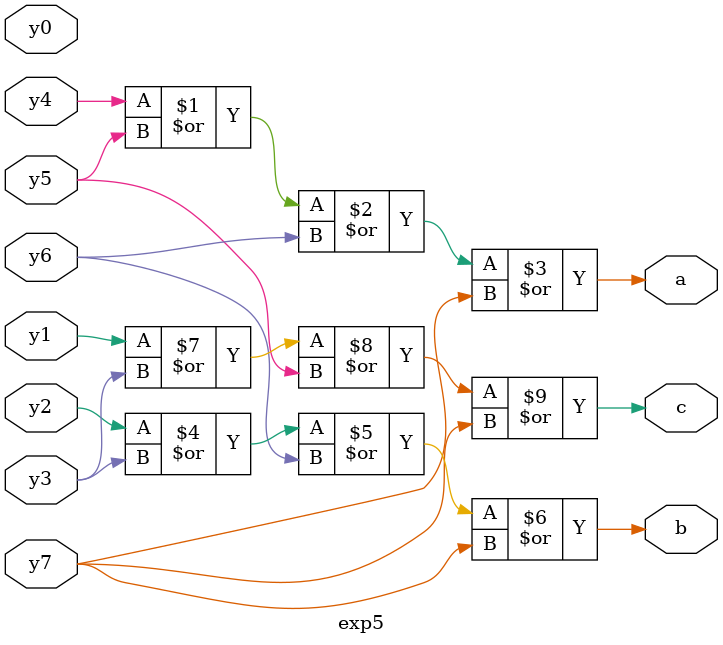
<source format=v>
module exp5(a,b,c,y0,y1,y2,y3,y4,y5,y6,y7);
input y0,y1,y2,y3,y4,y5,y6,y7;
output a,b,c;
assign a= ( y4 | y5 | y6 | y7);
assign b= ( y2 | y3 | y6 | y7);
assign c= ( y1 | y3 | y5 | y7);
endmodule
</source>
